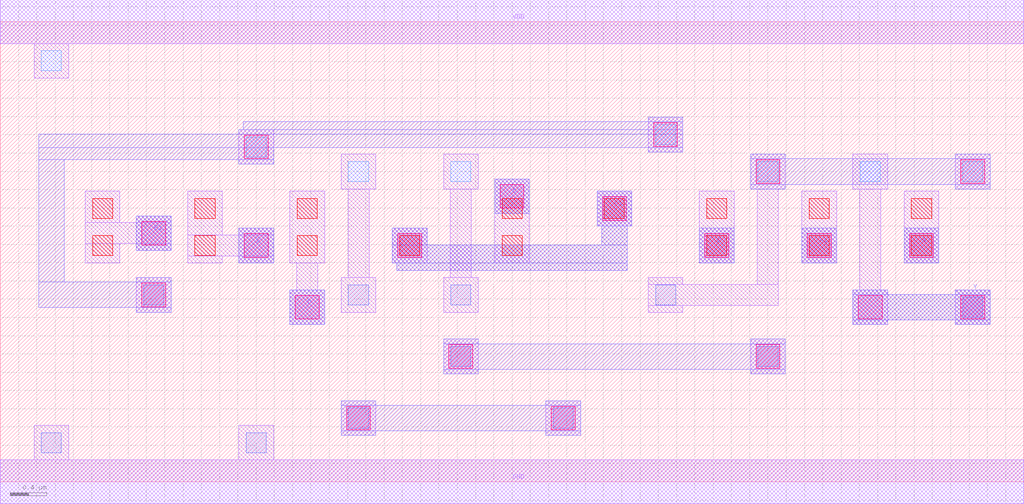
<source format=lef>
MACRO AOOAOI21212
 CLASS CORE ;
 FOREIGN AOOAOI21212 0 0 ;
 SIZE 11.200000000000001 BY 5.04 ;
 ORIGIN 0 0 ;
 SYMMETRY X Y R90 ;
 SITE unit ;
  PIN VDD
   DIRECTION INOUT ;
   USE POWER ;
   SHAPE ABUTMENT ;
    PORT
     CLASS CORE ;
       LAYER met1 ;
        RECT 0.00000000 4.80000000 11.20000000 5.28000000 ;
    END
  END VDD

  PIN GND
   DIRECTION INOUT ;
   USE POWER ;
   SHAPE ABUTMENT ;
    PORT
     CLASS CORE ;
       LAYER met1 ;
        RECT 0.00000000 -0.24000000 11.20000000 0.24000000 ;
    END
  END GND

  PIN Y
   DIRECTION INOUT ;
   USE SIGNAL ;
   SHAPE ABUTMENT ;
    PORT
     CLASS CORE ;
       LAYER met2 ;
        RECT 9.33000000 1.72200000 9.71000000 1.77200000 ;
        RECT 10.45000000 1.72200000 10.83000000 1.77200000 ;
        RECT 9.33000000 1.77200000 10.83000000 2.05200000 ;
        RECT 9.33000000 2.05200000 9.71000000 2.10200000 ;
        RECT 10.45000000 2.05200000 10.83000000 2.10200000 ;
    END
  END Y

  PIN C1
   DIRECTION INOUT ;
   USE SIGNAL ;
   SHAPE ABUTMENT ;
    PORT
     CLASS CORE ;
       LAYER met2 ;
        RECT 4.34000000 2.31200000 6.86000000 2.39700000 ;
        RECT 4.29000000 2.39700000 6.86000000 2.59200000 ;
        RECT 4.29000000 2.59200000 4.67000000 2.77700000 ;
        RECT 6.58000000 2.59200000 6.86000000 2.80200000 ;
        RECT 6.53000000 2.80200000 6.91000000 3.18200000 ;
    END
  END C1

  PIN C
   DIRECTION INOUT ;
   USE SIGNAL ;
   SHAPE ABUTMENT ;
    PORT
     CLASS CORE ;
       LAYER met2 ;
        RECT 5.41000000 2.93700000 5.79000000 3.31700000 ;
    END
  END C

  PIN E1
   DIRECTION INOUT ;
   USE SIGNAL ;
   SHAPE ABUTMENT ;
    PORT
     CLASS CORE ;
       LAYER met2 ;
        RECT 1.49000000 2.53200000 1.87000000 2.91200000 ;
    END
  END E1

  PIN A1
   DIRECTION INOUT ;
   USE SIGNAL ;
   SHAPE ABUTMENT ;
    PORT
     CLASS CORE ;
       LAYER met2 ;
        RECT 8.77000000 2.39700000 9.15000000 2.77700000 ;
    END
  END A1

  PIN E
   DIRECTION INOUT ;
   USE SIGNAL ;
   SHAPE ABUTMENT ;
    PORT
     CLASS CORE ;
       LAYER met2 ;
        RECT 2.61000000 2.39700000 2.99000000 2.77700000 ;
    END
  END E

  PIN A
   DIRECTION INOUT ;
   USE SIGNAL ;
   SHAPE ABUTMENT ;
    PORT
     CLASS CORE ;
       LAYER met2 ;
        RECT 9.89000000 2.39700000 10.27000000 2.77700000 ;
    END
  END A

  PIN D
   DIRECTION INOUT ;
   USE SIGNAL ;
   SHAPE ABUTMENT ;
    PORT
     CLASS CORE ;
       LAYER met2 ;
        RECT 3.17000000 1.72200000 3.55000000 2.10200000 ;
    END
  END D

  PIN B
   DIRECTION INOUT ;
   USE SIGNAL ;
   SHAPE ABUTMENT ;
    PORT
     CLASS CORE ;
       LAYER met2 ;
        RECT 7.65000000 2.39700000 8.03000000 2.77700000 ;
    END
  END B

 OBS
    LAYER polycont ;
     RECT 1.01000000 2.47700000 1.23000000 2.69700000 ;
     RECT 2.13000000 2.47700000 2.35000000 2.69700000 ;
     RECT 3.25000000 2.47700000 3.47000000 2.69700000 ;
     RECT 4.37000000 2.47700000 4.59000000 2.69700000 ;
     RECT 5.49000000 2.47700000 5.71000000 2.69700000 ;
     RECT 7.73000000 2.47700000 7.95000000 2.69700000 ;
     RECT 8.85000000 2.47700000 9.07000000 2.69700000 ;
     RECT 9.97000000 2.47700000 10.19000000 2.69700000 ;
     RECT 1.01000000 2.88200000 1.23000000 3.10200000 ;
     RECT 2.13000000 2.88200000 2.35000000 3.10200000 ;
     RECT 3.25000000 2.88200000 3.47000000 3.10200000 ;
     RECT 5.49000000 2.88200000 5.71000000 3.10200000 ;
     RECT 6.61000000 2.88200000 6.83000000 3.10200000 ;
     RECT 7.73000000 2.88200000 7.95000000 3.10200000 ;
     RECT 8.85000000 2.88200000 9.07000000 3.10200000 ;
     RECT 9.97000000 2.88200000 10.19000000 3.10200000 ;

    LAYER pdiffc ;
     RECT 3.81000000 3.28700000 4.03000000 3.50700000 ;
     RECT 4.93000000 3.28700000 5.15000000 3.50700000 ;
     RECT 8.29000000 3.28700000 8.51000000 3.50700000 ;
     RECT 9.41000000 3.28700000 9.63000000 3.50700000 ;
     RECT 10.53000000 3.28700000 10.75000000 3.50700000 ;
     RECT 2.69000000 3.55700000 2.91000000 3.77700000 ;
     RECT 7.17000000 3.69200000 7.39000000 3.91200000 ;
     RECT 0.45000000 4.50200000 0.67000000 4.72200000 ;

    LAYER ndiffc ;
     RECT 0.45000000 0.31700000 0.67000000 0.53700000 ;
     RECT 2.69000000 0.31700000 2.91000000 0.53700000 ;
     RECT 3.81000000 0.58700000 4.03000000 0.80700000 ;
     RECT 6.05000000 0.58700000 6.27000000 0.80700000 ;
     RECT 4.93000000 1.26200000 5.15000000 1.48200000 ;
     RECT 8.29000000 1.26200000 8.51000000 1.48200000 ;
     RECT 10.53000000 1.80200000 10.75000000 2.02200000 ;
     RECT 1.57000000 1.93700000 1.79000000 2.15700000 ;
     RECT 3.81000000 1.93700000 4.03000000 2.15700000 ;
     RECT 4.93000000 1.93700000 5.15000000 2.15700000 ;
     RECT 7.17000000 1.93700000 7.39000000 2.15700000 ;

    LAYER met1 ;
     RECT 0.00000000 -0.24000000 11.20000000 0.24000000 ;
     RECT 0.37000000 0.24000000 0.75000000 0.61700000 ;
     RECT 2.61000000 0.24000000 2.99000000 0.61700000 ;
     RECT 3.73000000 0.50700000 4.11000000 0.88700000 ;
     RECT 5.97000000 0.50700000 6.35000000 0.88700000 ;
     RECT 4.85000000 1.18200000 5.23000000 1.56200000 ;
     RECT 8.21000000 1.18200000 8.59000000 1.56200000 ;
     RECT 10.45000000 1.72200000 10.83000000 2.10200000 ;
     RECT 1.49000000 1.85700000 1.87000000 2.23700000 ;
     RECT 4.29000000 2.39700000 4.67000000 2.77700000 ;
     RECT 0.93000000 2.39700000 1.31000000 2.60700000 ;
     RECT 1.49000000 2.53200000 1.87000000 2.60700000 ;
     RECT 0.93000000 2.60700000 1.87000000 2.83700000 ;
     RECT 1.49000000 2.83700000 1.87000000 2.91200000 ;
     RECT 0.93000000 2.83700000 1.31000000 3.18200000 ;
     RECT 2.05000000 2.39700000 2.43000000 2.47200000 ;
     RECT 2.61000000 2.39700000 2.99000000 2.47200000 ;
     RECT 2.05000000 2.47200000 2.99000000 2.70200000 ;
     RECT 2.61000000 2.70200000 2.99000000 2.77700000 ;
     RECT 2.05000000 2.70200000 2.43000000 3.18200000 ;
     RECT 3.17000000 1.72200000 3.55000000 2.10200000 ;
     RECT 3.24500000 2.10200000 3.47500000 2.39700000 ;
     RECT 3.17000000 2.39700000 3.55000000 3.18200000 ;
     RECT 6.53000000 2.80200000 6.91000000 3.18200000 ;
     RECT 7.65000000 2.39700000 8.03000000 3.18200000 ;
     RECT 8.77000000 2.39700000 9.15000000 3.18200000 ;
     RECT 9.89000000 2.39700000 10.27000000 3.18200000 ;
     RECT 5.41000000 2.39700000 5.79000000 3.31700000 ;
     RECT 3.73000000 1.85700000 4.11000000 2.23700000 ;
     RECT 3.80500000 2.23700000 4.03500000 3.20700000 ;
     RECT 3.73000000 3.20700000 4.11000000 3.58700000 ;
     RECT 4.85000000 1.85700000 5.23000000 2.23700000 ;
     RECT 4.92500000 2.23700000 5.15500000 3.20700000 ;
     RECT 4.85000000 3.20700000 5.23000000 3.58700000 ;
     RECT 7.09000000 1.85700000 7.47000000 1.93200000 ;
     RECT 7.09000000 1.93200000 8.51500000 2.16200000 ;
     RECT 7.09000000 2.16200000 7.47000000 2.23700000 ;
     RECT 8.28500000 2.16200000 8.51500000 3.20700000 ;
     RECT 8.21000000 3.20700000 8.59000000 3.58700000 ;
     RECT 9.33000000 1.72200000 9.71000000 2.10200000 ;
     RECT 9.40500000 2.10200000 9.63500000 3.20700000 ;
     RECT 9.33000000 3.20700000 9.71000000 3.58700000 ;
     RECT 10.45000000 3.20700000 10.83000000 3.58700000 ;
     RECT 2.61000000 3.47700000 2.99000000 3.85700000 ;
     RECT 7.09000000 3.61200000 7.47000000 3.99200000 ;
     RECT 0.37000000 4.42200000 0.75000000 4.80000000 ;
     RECT 0.00000000 4.80000000 11.20000000 5.28000000 ;

    LAYER via1 ;
     RECT 3.79000000 0.56700000 4.05000000 0.82700000 ;
     RECT 6.03000000 0.56700000 6.29000000 0.82700000 ;
     RECT 4.91000000 1.24200000 5.17000000 1.50200000 ;
     RECT 8.27000000 1.24200000 8.53000000 1.50200000 ;
     RECT 3.23000000 1.78200000 3.49000000 2.04200000 ;
     RECT 9.39000000 1.78200000 9.65000000 2.04200000 ;
     RECT 10.51000000 1.78200000 10.77000000 2.04200000 ;
     RECT 1.55000000 1.91700000 1.81000000 2.17700000 ;
     RECT 2.67000000 2.45700000 2.93000000 2.71700000 ;
     RECT 4.35000000 2.45700000 4.61000000 2.71700000 ;
     RECT 7.71000000 2.45700000 7.97000000 2.71700000 ;
     RECT 8.83000000 2.45700000 9.09000000 2.71700000 ;
     RECT 9.95000000 2.45700000 10.21000000 2.71700000 ;
     RECT 1.55000000 2.59200000 1.81000000 2.85200000 ;
     RECT 6.59000000 2.86200000 6.85000000 3.12200000 ;
     RECT 5.47000000 2.99700000 5.73000000 3.25700000 ;
     RECT 8.27000000 3.26700000 8.53000000 3.52700000 ;
     RECT 10.51000000 3.26700000 10.77000000 3.52700000 ;
     RECT 2.67000000 3.53700000 2.93000000 3.79700000 ;
     RECT 7.15000000 3.67200000 7.41000000 3.93200000 ;

    LAYER met2 ;
     RECT 3.73000000 0.50700000 4.11000000 0.55700000 ;
     RECT 5.97000000 0.50700000 6.35000000 0.55700000 ;
     RECT 3.73000000 0.55700000 6.35000000 0.83700000 ;
     RECT 3.73000000 0.83700000 4.11000000 0.88700000 ;
     RECT 5.97000000 0.83700000 6.35000000 0.88700000 ;
     RECT 4.85000000 1.18200000 5.23000000 1.23200000 ;
     RECT 8.21000000 1.18200000 8.59000000 1.23200000 ;
     RECT 4.85000000 1.23200000 8.59000000 1.51200000 ;
     RECT 4.85000000 1.51200000 5.23000000 1.56200000 ;
     RECT 8.21000000 1.51200000 8.59000000 1.56200000 ;
     RECT 3.17000000 1.72200000 3.55000000 2.10200000 ;
     RECT 9.33000000 1.72200000 9.71000000 1.77200000 ;
     RECT 10.45000000 1.72200000 10.83000000 1.77200000 ;
     RECT 9.33000000 1.77200000 10.83000000 2.05200000 ;
     RECT 9.33000000 2.05200000 9.71000000 2.10200000 ;
     RECT 10.45000000 2.05200000 10.83000000 2.10200000 ;
     RECT 2.61000000 2.39700000 2.99000000 2.77700000 ;
     RECT 7.65000000 2.39700000 8.03000000 2.77700000 ;
     RECT 8.77000000 2.39700000 9.15000000 2.77700000 ;
     RECT 9.89000000 2.39700000 10.27000000 2.77700000 ;
     RECT 1.49000000 2.53200000 1.87000000 2.91200000 ;
     RECT 4.34000000 2.31200000 6.86000000 2.39700000 ;
     RECT 4.29000000 2.39700000 6.86000000 2.59200000 ;
     RECT 4.29000000 2.59200000 4.67000000 2.77700000 ;
     RECT 6.58000000 2.59200000 6.86000000 2.80200000 ;
     RECT 6.53000000 2.80200000 6.91000000 3.18200000 ;
     RECT 5.41000000 2.93700000 5.79000000 3.31700000 ;
     RECT 8.21000000 3.20700000 8.59000000 3.25700000 ;
     RECT 10.45000000 3.20700000 10.83000000 3.25700000 ;
     RECT 8.21000000 3.25700000 10.83000000 3.53700000 ;
     RECT 8.21000000 3.53700000 8.59000000 3.58700000 ;
     RECT 10.45000000 3.53700000 10.83000000 3.58700000 ;
     RECT 1.49000000 1.85700000 1.87000000 1.90700000 ;
     RECT 0.42000000 1.90700000 1.87000000 2.18700000 ;
     RECT 1.49000000 2.18700000 1.87000000 2.23700000 ;
     RECT 0.42000000 2.18700000 0.70000000 3.52700000 ;
     RECT 2.61000000 3.47700000 2.99000000 3.52700000 ;
     RECT 0.42000000 3.52700000 2.99000000 3.66200000 ;
     RECT 7.09000000 3.61200000 7.47000000 3.66200000 ;
     RECT 0.42000000 3.66200000 7.47000000 3.80700000 ;
     RECT 2.61000000 3.80700000 7.47000000 3.85700000 ;
     RECT 2.66000000 3.85700000 7.47000000 3.94200000 ;
     RECT 7.09000000 3.94200000 7.47000000 3.99200000 ;

 END
END AOOAOI21212

</source>
